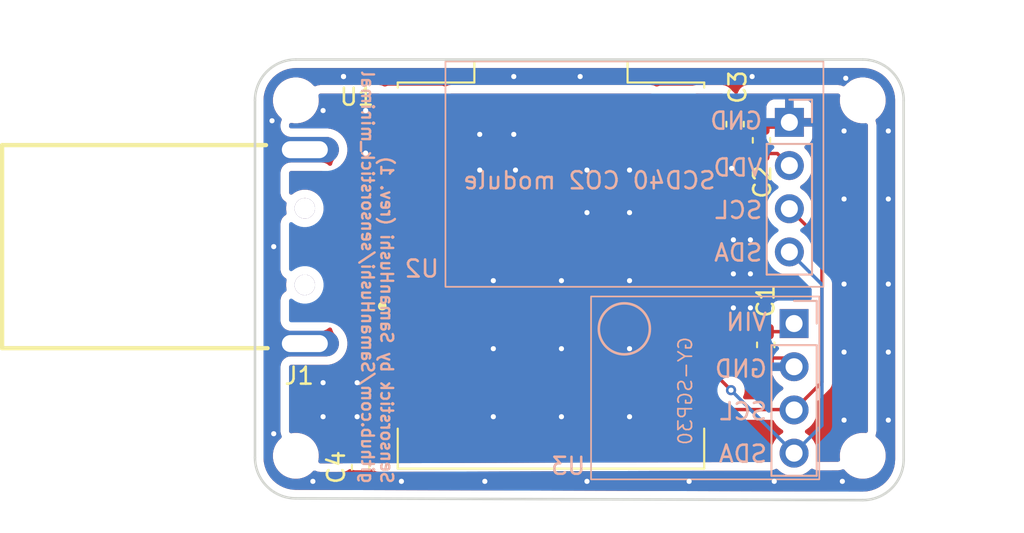
<source format=kicad_pcb>
(kicad_pcb (version 20241229) (generator "pcbnew") (generator_version "9.0")
  (title_block (title "Sensorstick") (date "2025-07-07") (rev "1") (company "SamanHushi") (comment 1 "github.com/SamanHushi/sensorstick_minimal"))
  (layers (0 "F.Cu" signal) (2 "B.Cu" signal) (13 "F.Paste" user) (15 "B.Paste" user) (5 "F.SilkS" user "F.Silkscreen") (7 "B.SilkS" user "B.Silkscreen") (1 "F.Mask" user) (3 "B.Mask" user) (25 "Edge.Cuts" user))
  (net 0 "")
  (net 1 "GND")
  (net 3 "+5V")
  (net 13 "/IC2_SDA")
  (net 15 "+3.3V")
  (net 16 "/I2C_SCL")
  (net 17 "Earth")
  (footprint "Capacitor_SMD:C_0603_1608Metric" (layer "F.Cu") (at 66.2 111.475 90)
    (property "Reference" "C4" (at 0 -1.43 90) (layer "F.SilkS"))
    (property "Value" "100nF")
    (fp_line (start -0.14058 -0.51) (end 0.14058 -0.51) (stroke (width 0.12)) (layer "F.SilkS"))
    (fp_line (start -0.14058 0.51) (end 0.14058 0.51) (stroke (width 0.12)) (layer "F.SilkS"))
    (pad "1" smd roundrect (at -0.775 0 90) (size 0.9 0.95) (layers "F.Cu" "F.Mask" "F.Paste") (net 17 "Earth"))
    (pad "2" smd roundrect (at 0.775 0 90) (size 0.9 0.95) (layers "F.Cu" "F.Mask" "F.Paste") (net 1 "GND"))
  )
  (footprint "MountingHole:MountingHole_2.2mm_M2" (layer "F.Cu") (at 95.7 89.9)
    (property "Reference" "REF**" (hide yes))
    (property "Value" "MountingHole_2.2mm_M2")
    (pad "" np_thru_hole circle (at 0 0) (size 2.2 2.2) (drill 2.2) (layers "*.Cu" "*.Mask"))
  )
  (footprint "Capacitor_SMD:C_0603_1608Metric" (layer "F.Cu") (at 88.2 91.3 -90)
    (property "Reference" "C3" (at -2.175 -0.15 270) (layer "F.SilkS"))
    (property "Value" "100nF")
    (fp_line (start -0.14058 0.51) (end 0.14058 0.51) (stroke (width 0.12)) (layer "F.SilkS"))
    (fp_line (start -0.14058 -0.51) (end 0.14058 -0.51) (stroke (width 0.12)) (layer "F.SilkS"))
    (pad "1" smd roundrect (at -0.775 0 270) (size 0.9 0.95) (layers "F.Cu" "F.Mask" "F.Paste") (net 3 "+5V"))
    (pad "2" smd roundrect (at 0.775 0 270) (size 0.9 0.95) (layers "F.Cu" "F.Mask" "F.Paste") (net 1 "GND"))
  )
  (footprint "MountingHole:MountingHole_2.2mm_M2" (layer "F.Cu") (at 62.4 89.9)
    (property "Reference" "REF**" (hide yes))
    (property "Value" "MountingHole_2.2mm_M2")
    (pad "" np_thru_hole circle (at 0 0) (size 2.2 2.2) (drill 2.2) (layers "*.Cu" "*.Mask"))
  )
  (footprint "MountingHole:MountingHole_2.2mm_M2" (layer "F.Cu") (at 62.4 110.8)
    (property "Reference" "REF**" (hide yes))
    (property "Value" "MountingHole_2.2mm_M2")
    (pad "" np_thru_hole circle (at 0 0) (size 2.2 2.2) (drill 2.2) (layers "*.Cu" "*.Mask"))
  )
  (footprint "MountingHole:MountingHole_2.2mm_M2" (layer "F.Cu") (at 95.7 110.8)
    (property "Reference" "REF**" (hide yes))
    (property "Value" "MountingHole_2.2mm_M2")
    (pad "" np_thru_hole circle (at 0 0) (size 2.2 2.2) (drill 2.2) (layers "*.Cu" "*.Mask"))
  )
  (footprint "CustomLibrary:ESP32-C3_SUPERMINI_SMD" (layer "F.Cu") (at 77.385 100.2)
    (property "Reference" "U1" (at -11.4 -10.5 0) (layer "F.SilkS"))
    (property "Value" "ESP32-C3_SUPERMINI")
    (fp_line (start -9 -11.05) (end -9 -11.35) (stroke (width 0.127)) (layer "F.SilkS"))
    (fp_line (start -9 11.35) (end -9 9) (stroke (width 0.127)) (layer "F.SilkS"))
    (fp_line (start -4.5 -12.65) (end -4.5 -11.35) (stroke (width 0.127)) (layer "F.SilkS"))
    (fp_line (start -4.5 -11.35) (end -9 -11.35) (stroke (width 0.127)) (layer "F.SilkS"))
    (fp_line (start 4.5 -12.65) (end -4.5 -12.65) (stroke (width 0.127)) (layer "F.SilkS"))
    (fp_line (start 4.5 -12.65) (end 4.5 -11.35) (stroke (width 0.127)) (layer "F.SilkS"))
    (fp_line (start 9 -11.35) (end 4.5 -11.35) (stroke (width 0.127)) (layer "F.SilkS"))
    (fp_line (start 9 -11.05) (end 9 -11.35) (stroke (width 0.127)) (layer "F.SilkS"))
    (fp_line (start 9 11.35) (end -9 11.35) (stroke (width 0.127)) (layer "F.SilkS"))
    (fp_line (start 9 11.35) (end 9 9) (stroke (width 0.127)) (layer "F.SilkS"))
    (pad "0" smd rect (at 7.985 7.88) (size 3.025 1.524) (layers "F.Cu" "F.Mask" "F.Paste") (net 16 "/I2C_SCL"))
    (pad "1" smd rect (at 7.985 5.34) (size 3.025 1.524) (layers "F.Cu" "F.Mask" "F.Paste") (net 13 "/IC2_SDA"))
    (pad "2" smd rect (at 7.985 2.8) (size 3.025 1.524) (layers "F.Cu" "F.Mask" "F.Paste"))
    (pad "3" smd rect (at 7.985 0.26) (size 3.025 1.524) (layers "F.Cu" "F.Mask" "F.Paste"))
    (pad "3.3" smd rect (at 7.985 -4.82) (size 3.025 1.524) (layers "F.Cu" "F.Mask" "F.Paste") (net 15 "+3.3V"))
    (pad "4" smd rect (at 7.985 -2.28) (size 3.025 1.524) (layers "F.Cu" "F.Mask" "F.Paste"))
    (pad "5" smd rect (at -7.985 -9.9) (size 3.025 1.524) (layers "F.Cu" "F.Mask" "F.Paste"))
    (pad "5V" smd rect (at 7.985 -9.9) (size 3.025 1.524) (layers "F.Cu" "F.Mask" "F.Paste") (net 3 "+5V"))
    (pad "6" smd rect (at -7.985 -7.36) (size 3.025 1.524) (layers "F.Cu" "F.Mask" "F.Paste"))
    (pad "7" smd rect (at -7.985 -4.82) (size 3.025 1.524) (layers "F.Cu" "F.Mask" "F.Paste"))
    (pad "8" smd rect (at -7.985 -2.28) (size 3.025 1.524) (layers "F.Cu" "F.Mask" "F.Paste"))
    (pad "9" smd rect (at -7.985 0.26) (size 3.025 1.524) (layers "F.Cu" "F.Mask" "F.Paste"))
    (pad "10" smd rect (at -7.985 2.8) (size 3.025 1.524) (layers "F.Cu" "F.Mask" "F.Paste"))
    (pad "20" smd rect (at -7.985 5.34) (size 3.025 1.524) (layers "F.Cu" "F.Mask" "F.Paste"))
    (pad "21" smd rect (at -7.985 7.88) (size 3.025 1.524) (layers "F.Cu" "F.Mask" "F.Paste"))
    (pad "G" smd rect (at 7.985 -7.36) (size 3.025 1.524) (layers "F.Cu" "F.Mask" "F.Paste") (net 1 "GND"))
  )
  (footprint "Capacitor_SMD:C_0603_1608Metric" (layer "F.Cu") (at 90 104.275 90)
    (property "Reference" "C1" (at 2.575 0 90) (layer "F.SilkS"))
    (property "Value" "100nF")
    (fp_line (start -0.14058 -0.51) (end 0.14058 -0.51) (stroke (width 0.12)) (layer "F.SilkS"))
    (fp_line (start -0.14058 0.51) (end 0.14058 0.51) (stroke (width 0.12)) (layer "F.SilkS"))
    (pad "1" smd roundrect (at -0.775 0 90) (size 0.9 0.95) (layers "F.Cu" "F.Mask" "F.Paste") (net 1 "GND"))
    (pad "2" smd roundrect (at 0.775 0 90) (size 0.9 0.95) (layers "F.Cu" "F.Mask" "F.Paste") (net 15 "+3.3V"))
  )
  (footprint "CustomLibrary:USB-A-SMD_U217-041N-4BV81" (layer "F.Cu") (at 64.3275 98.5 -90)
    (property "Reference" "J1" (at 7.6 1.7275 0) (layer "F.SilkS"))
    (property "Value" "U217-04XN-XXR84")
    (fp_line (start -5.97 19.18) (end 5.97 19.18) (stroke (width 0.25)) (layer "F.SilkS"))
    (fp_line (start 5.97 19.18) (end 5.97 3.59) (stroke (width 0.25)) (layer "F.SilkS"))
    (fp_line (start -5.97 3.68) (end -5.97 19.18) (stroke (width 0.25)) (layer "F.SilkS"))
    (fp_circle (center 3.5 -3.15) (end 3.63 -3.15) (stroke (width 0.25)) (fill no) (layer "F.SilkS"))
    (pad "" thru_hole circle (at -2.25 1.4 270) (size 1.2 1.2) (drill 1.2) (layers "*.Cu" "*.Mask"))
    (pad "" thru_hole circle (at 2.25 1.4 270) (size 1.2 1.2) (drill 1.2) (layers "*.Cu" "*.Mask"))
    (pad "1" smd rect (at 3.5 -1.4 270) (size 1.2 2.5) (layers "F.Cu" "F.Mask" "F.Paste") (net 3 "+5V"))
    (pad "2" smd rect (at 1 -1.4 270) (size 1.2 2.5) (layers "F.Cu" "F.Mask" "F.Paste"))
    (pad "3" smd rect (at -1 -1.4 270) (size 1.2 2.5) (layers "F.Cu" "F.Mask" "F.Paste"))
    (pad "4" smd rect (at -3.5 -1.4 270) (size 1.2 2.5) (layers "F.Cu" "F.Mask" "F.Paste") (net 1 "GND"))
    (pad "5" thru_hole oval (at -5.7 1.4 270) (size 1.5 4) (drill oval 0.999998 2.699995) (layers "*.Cu" "*.Mask") (net 17 "Earth"))
    (pad "6" thru_hole oval (at 5.7 1.4 270) (size 1.5 4) (drill oval 0.999998 2.699995) (layers "*.Cu" "*.Mask") (net 17 "Earth"))
  )
  (footprint "Capacitor_SMD:C_0603_1608Metric" (layer "F.Cu") (at 89.75 92.25 90)
    (property "Reference" "C2" (at -2.45 0.05 90) (layer "F.SilkS"))
    (property "Value" "100nF")
    (fp_line (start -0.14058 -0.51) (end 0.14058 -0.51) (stroke (width 0.12)) (layer "F.SilkS"))
    (fp_line (start -0.14058 0.51) (end 0.14058 0.51) (stroke (width 0.12)) (layer "F.SilkS"))
    (pad "1" smd roundrect (at -0.775 0 90) (size 0.9 0.95) (layers "F.Cu" "F.Mask" "F.Paste") (net 15 "+3.3V"))
    (pad "2" smd roundrect (at 0.775 0 90) (size 0.9 0.95) (layers "F.Cu" "F.Mask" "F.Paste") (net 1 "GND"))
  )
  (footprint "CustomLibrary:SCD40_CO2_module" (layer "B.Cu") (at 91.3875 90.6125 180)
    (property "Reference" "U2" (at 21.5875 -9.1875 0) (layer "B.SilkS") (effects (justify mirror)))
    (property "Value" "SCD40 CO2 module" (at 11.75 -4 0) (layer "B.SilkS") (effects (justify mirror)))
    (fp_line (start 1.33 -1.85) (end 1.33 -9.53) (stroke (width 0.12)) (layer "B.SilkS"))
    (fp_line (start -1.33 0.75) (end 0 0.75) (stroke (width 0.12)) (layer "B.SilkS"))
    (fp_line (start -1.33 -0.58) (end -1.33 0.75) (stroke (width 0.12)) (layer "B.SilkS"))
    (fp_line (start -1.33 -1.85) (end 1.33 -1.85) (stroke (width 0.12)) (layer "B.SilkS"))
    (fp_line (start -1.33 -1.85) (end -1.33 -9.53) (stroke (width 0.12)) (layer "B.SilkS"))
    (fp_line (start -1.33 -9.53) (end 1.33 -9.53) (stroke (width 0.12)) (layer "B.SilkS"))
    (fp_rect (start -2 3) (end 20.2 -10.25) (stroke (width 0.1)) (fill no) (layer "B.SilkS"))
    (fp_text user "SDA" (at 1.5 -8.83 0) (layer "B.SilkS") (effects (justify left bottom mirror)))
    (fp_text user "GND" (at 1.5 -1.08 0) (layer "B.SilkS") (effects (justify left bottom mirror)))
    (fp_text user "VDD" (at 1.5 -3.83 0) (layer "B.SilkS") (effects (justify left bottom mirror)))
    (fp_text user "SCL" (at 1.5 -6.33 0) (layer "B.SilkS") (effects (justify left bottom mirror)))
    (pad "1" thru_hole rect (at 0 -0.58 180) (size 1.7 1.7) (drill 1) (layers "*.Cu" "*.Mask") (net 1 "GND"))
    (pad "2" thru_hole oval (at 0 -3.12 180) (size 1.7 1.7) (drill 1) (layers "*.Cu" "*.Mask") (net 15 "+3.3V"))
    (pad "3" thru_hole oval (at 0 -5.66 180) (size 1.7 1.7) (drill 1) (layers "*.Cu" "*.Mask") (net 16 "/I2C_SCL"))
    (pad "4" thru_hole oval (at 0 -8.2 180) (size 1.7 1.7) (drill 1) (layers "*.Cu" "*.Mask") (net 13 "/IC2_SDA"))
  )
  (footprint "CustomLibrary:GY-SGP30_VOC_module" (layer "B.Cu") (at 93.195 101.3825 180)
    (property "Reference" "U3" (at 14.795 -10.0175 0) (layer "B.SilkS") (effects (justify mirror)))
    (property "Value" "GY-SGP30" (at 7.92 -5.6 90) (layer "B.SilkS") (effects (font (size 0.8 0.8) (thickness 0.1)) (justify mirror)))
    (fp_line (start 2.86 -2.91) (end 2.86 -10.59) (stroke (width 0.12)) (layer "B.SilkS"))
    (fp_line (start 0.2 -0.31) (end 1.53 -0.31) (stroke (width 0.12)) (layer "B.SilkS"))
    (fp_line (start 0.2 -1.64) (end 0.2 -0.31) (stroke (width 0.12)) (layer "B.SilkS"))
    (fp_line (start 0.2 -2.91) (end 2.86 -2.91) (stroke (width 0.12)) (layer "B.SilkS"))
    (fp_line (start 0.2 -2.91) (end 0.2 -10.59) (stroke (width 0.12)) (layer "B.SilkS"))
    (fp_line (start 0.2 -10.59) (end 2.86 -10.59) (stroke (width 0.12)) (layer "B.SilkS"))
    (fp_rect (start 0.05 -0.05) (end 13.4554 -10.8) (stroke (width 0.1)) (fill no) (layer "B.SilkS"))
    (fp_circle (center 11.5 -1.95) (end 13 -1.95) (stroke (width 0.15)) (fill no) (layer "B.SilkS"))
    (fp_text user "GND" (at 3.03 -4.89 0) (layer "B.SilkS") (effects (justify left bottom mirror)))
    (fp_text user "SDA" (at 3.03 -9.89 0) (layer "B.SilkS") (effects (justify left bottom mirror)))
    (fp_text user "SCL" (at 3.03 -7.39 0) (layer "B.SilkS") (effects (justify left bottom mirror)))
    (fp_text user "VIN" (at 3.03 -2.14 0) (layer "B.SilkS") (effects (justify left bottom mirror)))
    (pad "1" thru_hole rect (at 1.53 -1.64 180) (size 1.7 1.7) (drill 1) (layers "*.Cu" "*.Mask") (net 15 "+3.3V"))
    (pad "2" thru_hole oval (at 1.53 -4.18 180) (size 1.7 1.7) (drill 1) (layers "*.Cu" "*.Mask") (net 1 "GND"))
    (pad "3" thru_hole oval (at 1.53 -6.72 180) (size 1.7 1.7) (drill 1) (layers "*.Cu" "*.Mask") (net 16 "/I2C_SCL"))
    (pad "4" thru_hole oval (at 1.53 -9.26 180) (size 1.7 1.7) (drill 1) (layers "*.Cu" "*.Mask") (net 13 "/IC2_SDA"))
  )
  (gr_line (start 60 110.9) (end 60 89.9) (stroke (width 0.15)) (layer "Edge.Cuts"))
  (gr_arc (start 98.102944 111.002944) (mid 97.4 112.7) (end 95.702944 113.402944) (stroke (width 0.15)) (layer "Edge.Cuts"))
  (gr_arc (start 95.702944 87.5) (mid 97.4 88.202944) (end 98.102944 89.9) (stroke (width 0.15)) (layer "Edge.Cuts"))
  (gr_line (start 62.4 87.5) (end 95.7029 87.5) (stroke (width 0.15)) (layer "Edge.Cuts"))
  (gr_arc (start 60 89.9) (mid 60.702944 88.202944) (end 62.4 87.5) (stroke (width 0.15)) (layer "Edge.Cuts"))
  (gr_line (start 95.7029 113.402944) (end 62.4 113.3) (stroke (width 0.15)) (layer "Edge.Cuts"))
  (gr_arc (start 62.4 113.3) (mid 60.702944 112.597056) (end 60 110.9) (stroke (width 0.15)) (layer "Edge.Cuts"))
  (gr_line (start 98.099983 89.9) (end 98.102944 111.002944) (stroke (width 0.15)) (layer "Edge.Cuts"))
  (gr_text "${TITLE} by ${COMPANY} (rev. ${REVISION})\n${COMMENT1}" (at 66.2 112.5 270) (layer "B.SilkS") (effects (font (size 0.7 0.7) (thickness 0.14) (bold yes)) (justify left bottom mirror)))
  (segment (start 66.5105 94.217) (end 72.983 94.217) (width 0.4) (layer "F.Cu") (net 1))
  (segment (start 85.37 92.84) (end 87.435 92.84) (width 0.4) (layer "F.Cu") (net 1))
  (segment (start 90 105.05) (end 91.1525 105.05) (width 0.2) (layer "F.Cu") (net 1))
  (segment (start 65.7275 95) (end 66.5105 94.217) (width 0.4) (layer "F.Cu") (net 1))
  (segment (start 87.435 92.84) (end 88.2 92.075) (width 0.4) (layer "F.Cu") (net 1))
  (segment (start 85.37 92.84) (end 83.16 92.84) (width 0.6) (layer "F.Cu") (net 1))
  (segment (start 72.983 94.217) (end 73.2 94) (width 0.4) (layer "F.Cu") (net 1))
  (segment (start 91.1525 105.05) (end 91.665 105.5625) (width 0.2) (layer "F.Cu") (net 1))
  (segment (start 89.75 91.475) (end 91.105 91.475) (width 0.2) (layer "F.Cu") (net 1))
  (segment (start 91.105 91.475) (end 91.3875 91.1925) (width 0.2) (layer "F.Cu") (net 1))
  (segment (start 89.15 92.075) (end 89.75 91.475) (width 0.4) (layer "F.Cu") (net 1))
  (segment (start 83.16 92.84) (end 82 94) (width 0.6) (layer "F.Cu") (net 1))
  (segment (start 88.2 92.075) (end 89.15 92.075) (width 0.4) (layer "F.Cu") (net 1))
  (via (at 73.2 94) (size 0.6) (drill 0.3) (layers "F.Cu" "B.Cu") (net 1))
  (via (at 94.6 91.7) (size 0.6) (drill 0.3) (layers "F.Cu" "B.Cu") (net 1))
  (via (at 79.5 94) (size 0.6) (drill 0.3) (layers "F.Cu" "B.Cu") (net 1))
  (via (at 75.2 91.9) (size 0.6) (drill 0.3) (layers "F.Cu" "B.Cu") (net 1))
  (via (at 74 108.5) (size 0.6) (drill 0.3) (layers "F.Cu" "B.Cu") (net 1))
  (via (at 79.5 96.5) (size 0.6) (drill 0.3) (layers "F.Cu" "B.Cu") (net 1))
  (via (at 74 104.5) (size 0.6) (drill 0.3) (layers "F.Cu" "B.Cu") (net 1))
  (via (at 88 93.9) (size 0.6) (drill 0.3) (layers "F.Cu" "B.Cu") (net 1))
  (via (at 88.1 100.1) (size 0.6) (drill 0.3) (layers "F.Cu" "B.Cu") (net 1))
  (via (at 94.6 100.7) (size 0.6) (drill 0.3) (layers "F.Cu" "B.Cu") (net 1))
  (via (at 66 108.5) (size 0.6) (drill 0.3) (layers "F.Cu" "B.Cu") (net 1))
  (via (at 64 106.5) (size 0.6) (drill 0.3) (layers "F.Cu" "B.Cu") (net 1))
  (via (at 75.3 94) (size 0.6) (drill 0.3) (layers "F.Cu" "B.Cu") (net 1))
  (via (at 78 104.5) (size 0.6) (drill 0.3) (layers "F.Cu" "B.Cu") (net 1))
  (via (at 66 106.5) (size 0.6) (drill 0.3) (layers "F.Cu" "B.Cu") (net 1))
  (via (at 82 104.5) (size 0.6) (drill 0.3) (layers "F.Cu" "B.Cu") (net 1))
  (via (at 82 108.5) (size 0.6) (drill 0.3) (layers "F.Cu" "B.Cu") (net 1))
  (via (at 94.6 95.7) (size 0.6) (drill 0.3) (layers "F.Cu" "B.Cu") (net 1))
  (via (at 88.1 98.1) (size 0.6) (drill 0.3) (layers "F.Cu" "B.Cu") (net 1))
  (via (at 94.6 108.7) (size 0.6) (drill 0.3) (layers "F.Cu" "B.Cu") (net 1))
  (via (at 88.1 102.1) (size 0.6) (drill 0.3) (layers "F.Cu" "B.Cu") (net 1))
  (via (at 74 100.5) (size 0.6) (drill 0.3) (layers "F.Cu" "B.Cu") (net 1))
  (via (at 66.5 93) (size 0.6) (drill 0.3) (layers "F.Cu" "B.Cu") (net 1))
  (via (at 73.2 91.9) (size 0.6) (drill 0.3) (layers "F.Cu" "B.Cu") (net 1))
  (via (at 64 90.5) (size 0.6) (drill 0.3) (layers "F.Cu" "B.Cu") (net 1))
  (via (at 89.1 102.1) (size 0.6) (drill 0.3) (layers "F.Cu" "B.Cu") (net 1))
  (via (at 82 96.5) (size 0.6) (drill 0.3) (layers "F.Cu" "B.Cu") (net 1))
  (via (at 66.5 90.5) (size 0.6) (drill 0.3) (layers "F.Cu" "B.Cu") (net 1))
  (via (at 78 108.5) (size 0.6) (drill 0.3) (layers "F.Cu" "B.Cu") (net 1))
  (via (at 94.6 104.7) (size 0.6) (drill 0.3) (layers "F.Cu" "B.Cu") (net 1))
  (via (at 82 94) (size 0.6) (drill 0.3) (layers "F.Cu" "B.Cu") (net 1))
  (via (at 64 108.5) (size 0.6) (drill 0.3) (layers "F.Cu" "B.Cu") (net 1))
  (via (at 89.1 98.1) (size 0.6) (drill 0.3) (layers "F.Cu" "B.Cu") (net 1))
  (via (at 89.1 100.1) (size 0.6) (drill 0.3) (layers "F.Cu" "B.Cu") (net 1))
  (via (at 82 100.5) (size 0.6) (drill 0.3) (layers "F.Cu" "B.Cu") (net 1))
  (via (at 78 100.5) (size 0.6) (drill 0.3) (layers "F.Cu" "B.Cu") (net 1))
  (segment (start 78 93.5) (end 78 94.7) (width 0.4) (layer "F.Cu") (net 3))
  (segment (start 78 94.7) (end 71.077 101.623) (width 0.4) (layer "F.Cu") (net 3))
  (segment (start 66.1045 101.623) (end 65.7275 102) (width 0.4) (layer "F.Cu") (net 3))
  (segment (start 85.97 89.7) (end 85.37 90.3) (width 0.4) (layer "F.Cu") (net 3))
  (segment (start 87.4 89.7) (end 85.97 89.7) (width 0.4) (layer "F.Cu") (net 3))
  (segment (start 80.175 91.325) (end 78 93.5) (width 0.4) (layer "F.Cu") (net 3))
  (segment (start 88.2 90.5) (end 87.4 89.7) (width 0.4) (layer "F.Cu") (net 3))
  (segment (start 87.4 91.325) (end 80.175 91.325) (width 0.4) (layer "F.Cu") (net 3))
  (segment (start 88.2 90.525) (end 87.4 91.325) (width 0.4) (layer "F.Cu") (net 3))
  (segment (start 71.077 101.623) (end 66.1045 101.623) (width 0.4) (layer "F.Cu") (net 3))
  (segment (start 88.2 90.525) (end 88.2 90.5) (width 0.4) (layer "F.Cu") (net 3))
  (segment (start 86.5625 105.54) (end 85.37 105.54) (width 0.2) (layer "F.Cu") (net 13))
  (segment (start 87.96125 106.93875) (end 86.5625 105.54) (width 0.2) (layer "F.Cu") (net 13))
  (via (at 87.96125 106.93875) (size 0.6) (drill 0.3) (layers "F.Cu" "B.Cu") (net 13))
  (segment (start 91.665 110.6425) (end 87.96125 106.93875) (width 0.2) (layer "B.Cu") (net 13))
  (segment (start 93.3 109.0075) (end 91.665 110.6425) (width 0.2) (layer "B.Cu") (net 13))
  (segment (start 93.3 100.725) (end 93.3 109.0075) (width 0.2) (layer "B.Cu") (net 13))
  (segment (start 91.3875 98.8125) (end 93.3 100.725) (width 0.2) (layer "B.Cu") (net 13))
  (segment (start 89.75 94.55) (end 89.75 93.025) (width 0.2) (layer "F.Cu") (net 15))
  (segment (start 88.92 95.42) (end 90 96.5) (width 0.2) (layer "F.Cu") (net 15))
  (segment (start 89.75 93.025) (end 90.68 93.025) (width 0.2) (layer "F.Cu") (net 15))
  (segment (start 90.68 93.025) (end 91.3875 93.7325) (width 0.2) (layer "F.Cu") (net 15))
  (segment (start 90 96.5) (end 90 103.5) (width 0.2) (layer "F.Cu") (net 15))
  (segment (start 90 103.5) (end 91.1875 103.5) (width 0.2) (layer "F.Cu") (net 15))
  (segment (start 91.1875 103.5) (end 91.665 103.0225) (width 0.2) (layer "F.Cu") (net 15))
  (segment (start 88.92 95.38) (end 89.75 94.55) (width 0.2) (layer "F.Cu") (net 15))
  (segment (start 85.37 95.38) (end 88.92 95.38) (width 0.2) (layer "F.Cu") (net 15))
  (segment (start 88.92 95.38) (end 88.92 95.42) (width 0.2) (layer "F.Cu") (net 15))
  (segment (start 93.3 106.4675) (end 91.665 108.1025) (width 0.2) (layer "F.Cu") (net 16))
  (segment (start 91.6425 108.08) (end 91.665 108.1025) (width 0.2) (layer "F.Cu") (net 16))
  (segment (start 91.3875 96.2725) (end 93.3 98.185) (width 0.2) (layer "F.Cu") (net 16))
  (segment (start 85.37 108.08) (end 91.6425 108.08) (width 0.2) (layer "F.Cu") (net 16))
  (segment (start 93.3 98.185) (end 93.3 106.4675) (width 0.2) (layer "F.Cu") (net 16))
  (via (at 94.7 88.6) (size 0.6) (drill 0.3) (layers "F.Cu" "B.Cu") (net 17))
  (via (at 68.6 112.3) (size 0.6) (drill 0.3) (layers "F.Cu" "B.Cu") (net 17))
  (via (at 75.2 88.5) (size 0.6) (drill 0.3) (layers "F.Cu" "B.Cu") (net 17))
  (via (at 79.1 88.5) (size 0.6) (drill 0.3) (layers "F.Cu" "B.Cu") (net 17))
  (via (at 85.5 112.3) (size 0.6) (drill 0.3) (layers "F.Cu" "B.Cu") (net 17))
  (via (at 97.2 104.7) (size 0.6) (drill 0.3) (layers "F.Cu" "B.Cu") (net 17))
  (via (at 61.1 109.5) (size 0.6) (drill 0.3) (layers "F.Cu" "B.Cu") (net 17))
  (via (at 65.2 88.5) (size 0.6) (drill 0.3) (layers "F.Cu" "B.Cu") (net 17))
  (via (at 97.2 108.7) (size 0.6) (drill 0.3) (layers "F.Cu" "B.Cu") (net 17))
  (via (at 97.2 91.7) (size 0.6) (drill 0.3) (layers "F.Cu" "B.Cu") (net 17))
  (via (at 97.2 95.7) (size 0.6) (drill 0.3) (layers "F.Cu" "B.Cu") (net 17))
  (via (at 79.5 112.3) (size 0.6) (drill 0.3) (layers "F.Cu" "B.Cu") (net 17))
  (via (at 97.2 100.7) (size 0.6) (drill 0.3) (layers "F.Cu" "B.Cu") (net 17))
  (via (at 90.5 112.3) (size 0.6) (drill 0.3) (layers "F.Cu" "B.Cu") (net 17))
  (via (at 61 91.1) (size 0.6) (drill 0.3) (layers "F.Cu" "B.Cu") (net 17))
  (via (at 63.4 112.3) (size 0.6) (drill 0.3) (layers "F.Cu" "B.Cu") (net 17))
  (via (at 73.5 112.3) (size 0.6) (drill 0.3) (layers "F.Cu" "B.Cu") (net 17))
  (via (at 65.2 88.5) (size 0.6) (drill 0.3) (layers "F.Cu" "B.Cu") (net 17))
  (via (at 94.5 112.3) (size 0.6) (drill 0.3) (layers "F.Cu" "B.Cu") (net 17))
  (via (at 89.2 88.5) (size 0.6) (drill 0.3) (layers "F.Cu" "B.Cu") (net 17))
  (via (at 61.1 98.5) (size 0.6) (drill 0.3) (layers "F.Cu" "B.Cu") (net 17))
  (zone (net 1) (net_name "GND") (layers "F.Cu" "B.Cu") (name "GND") (priority 10) (connect_pads (clearance 0.5)) (min_thickness 0.25) (fill yes (thermal_gap 0.5) (thermal_bridge_width 0.5) (island_removal_mode 2) (island_area_min 10))
    (polygon (pts (xy 62 89.5) (xy 62 111.25) (xy 96 111.144409) (xy 96 89.5)))
  )
  (zone (net 17) (net_name "Earth") (layers "F.Cu" "B.Cu") (name "Earth") (connect_pads yes (clearance 0.5)) (min_thickness 0.25) (fill yes (thermal_gap 0.5) (thermal_bridge_width 0.5) (island_removal_mode 2) (island_area_min 10))
    (polygon (pts (xy 57 84) (xy 99.5 84.236111) (xy 99.5 115.368056) (xy 57 115.25)))
  )
)
</source>
